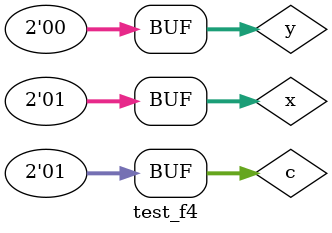
<source format=v>
module f4 (output [1:0] s, input [1:0] a, input [1:0] b, input [1:0] chave);

wire s_and1[1:0];
wire s_and2[1:0];
wire s_and3[1:0];
wire s_and4[1:0];
wire s_not1[1:0];
wire s_not2[1:0];
wire s_xnor1[1:0];
wire s_xor1[1:0];
wire s_nor1[1:0];
wire s_or1[1:0];
wire s_or2[1:0];



	and AND10(s_and1[0], chave[0], chave[1], s_xnor1[0]);
	and AND11(s_and1[1], chave[0], chave[1], s_xnor1[1]);
	and AND20(s_and2[0], chave[0], s_not2[0], s_xor1[0]);
	and AND21(s_and2[1], chave[0], s_not2[1], s_xor1[1]);
	and AND30(s_and3[0], s_not1[0], chave[1] , s_nor1[0]);
	and AND31(s_and3[1], s_not1[1], chave[1] , s_nor1[1]);
	and AND40(s_and4[0], s_not1[0], s_not2[0], s_or1[0]);
	and AND41(s_and4[1], s_not1[1], s_not2[1], s_or1[1]);
	
	or OR10(s_or1[0], a[0], b[0]);
	or OR11(s_or1[1], a[1], b[1]);
	or OR20(s[0], s_and2[0], s_and3[0], s_and4[0], s_and5[0]);
	or OR21(s[1], s_and2[1], s_and3[1], s_and4[1], s_and5[1]);
	
	xnor XNOR10(s_xnor1[0], a[0], b[0]);
	xnor XNOR20(s_xnor1[1], a[1], b[1]);
	
	xor XOR10(s_xor1[0], a[0], b[0]);
	xor XOR20(s_xor1[1], a[1], b[1]);
	
	nor NOR10(s_nor1[0], a[0], b[0]);
	nor NOR20(s_nor1[1], a[1], b[1]);
	
	not NOT10(s_not1[0], chave[0]);
	not NOT11(s_not1[1], chave[0]);
	not NOT20(s_not2[0], chave2[1]);
	not NOT21(s_not2[1], chave[0]);
						  
// descrever por portas
endmodule // f4
module test_f4;
// ------------------------- definir dados
 reg[1:0] x; 
 reg[1:0] y; 
 reg[1:0] c;
 wire[1:0] s; 
 
 f4 modulo (s, x, y, c);
// ------------------------- parte principal
   initial begin
      $display("Exemplo0034 - Flavio A A Motta - 392001");
      $display("Test LU's module");
		
#1 x = 2'b00; y = 2'b01; c = 1;

   // projetar testes do modulo
#1 $monitor("%4b %4b %4b",x,y,s,c);

#1 x = 2'b10; y = 2'b10; c = 0;
#1 x = 2'b01; y = 2'b00; c = 0;
#1 x = 2'b01; y = 2'b00; c = 1;

end
endmodule // test_f4
</source>
